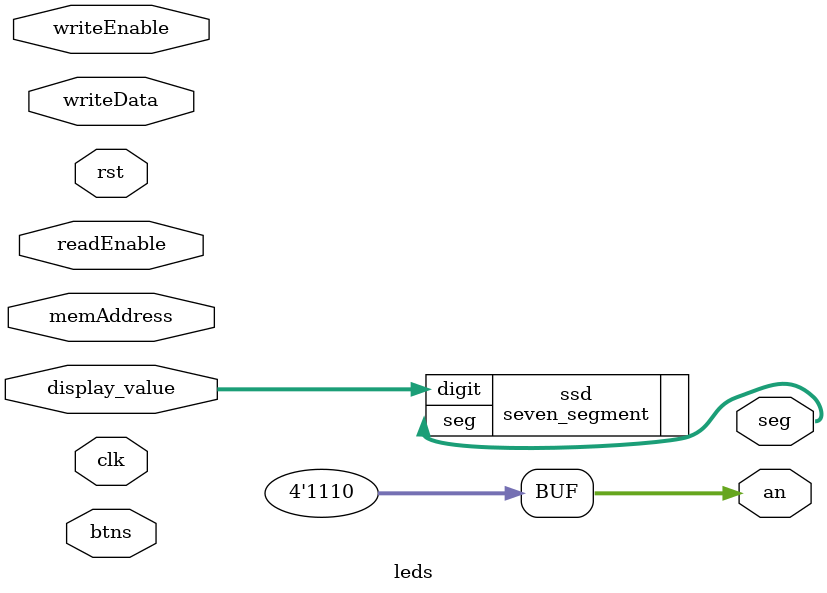
<source format=v>
module leds(
    input clk,
    input rst,
    input [15:0] btns,
    input [31:0] writeData,
    input writeEnable,
    input readEnable,
    input [29:0] memAddress,
    input [3:0] display_value,   // read the current value from FSM
    output [6:0] seg,
    output [3:0] an
);
    seven_segment ssd(
        .digit(display_value),
        .seg(seg)
    );

    //wwe are using only the first segment
    assign an = 4'b1110;

endmodule

</source>
